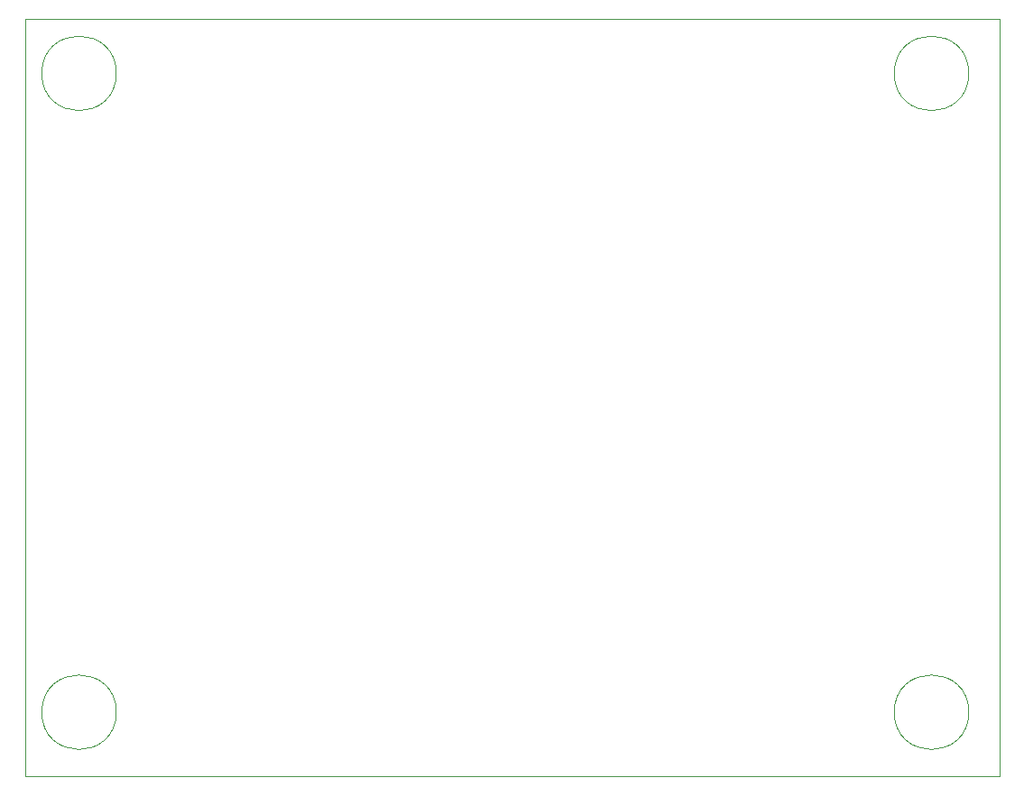
<source format=gbr>
%TF.GenerationSoftware,KiCad,Pcbnew,(6.0.6)*%
%TF.CreationDate,2022-09-26T11:51:03+02:00*%
%TF.ProjectId,pico_w_rover,7069636f-5f77-45f7-926f-7665722e6b69,rev?*%
%TF.SameCoordinates,Original*%
%TF.FileFunction,Profile,NP*%
%FSLAX46Y46*%
G04 Gerber Fmt 4.6, Leading zero omitted, Abs format (unit mm)*
G04 Created by KiCad (PCBNEW (6.0.6)) date 2022-09-26 11:51:03*
%MOMM*%
%LPD*%
G01*
G04 APERTURE LIST*
%TA.AperFunction,Profile*%
%ADD10C,0.100000*%
%TD*%
G04 APERTURE END LIST*
D10*
X192720000Y-63500000D02*
G75*
G03*
X192720000Y-63500000I-3500000J0D01*
G01*
X104140000Y-58420000D02*
X195580000Y-58420000D01*
X195580000Y-58420000D02*
X195580000Y-129540000D01*
X195580000Y-129540000D02*
X104140000Y-129540000D01*
X104140000Y-129540000D02*
X104140000Y-58420000D01*
X192720000Y-123500000D02*
G75*
G03*
X192720000Y-123500000I-3500000J0D01*
G01*
X112720000Y-123500000D02*
G75*
G03*
X112720000Y-123500000I-3500000J0D01*
G01*
X112720000Y-63500000D02*
G75*
G03*
X112720000Y-63500000I-3500000J0D01*
G01*
M02*

</source>
